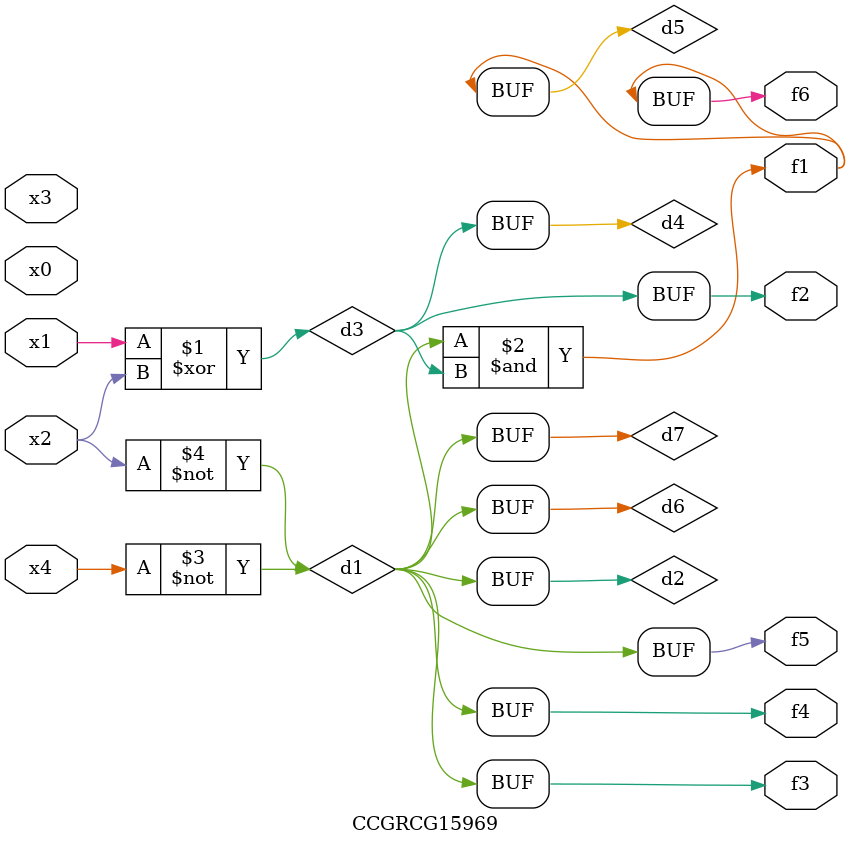
<source format=v>
module CCGRCG15969(
	input x0, x1, x2, x3, x4,
	output f1, f2, f3, f4, f5, f6
);

	wire d1, d2, d3, d4, d5, d6, d7;

	not (d1, x4);
	not (d2, x2);
	xor (d3, x1, x2);
	buf (d4, d3);
	and (d5, d1, d3);
	buf (d6, d1, d2);
	buf (d7, d2);
	assign f1 = d5;
	assign f2 = d4;
	assign f3 = d7;
	assign f4 = d7;
	assign f5 = d7;
	assign f6 = d5;
endmodule

</source>
